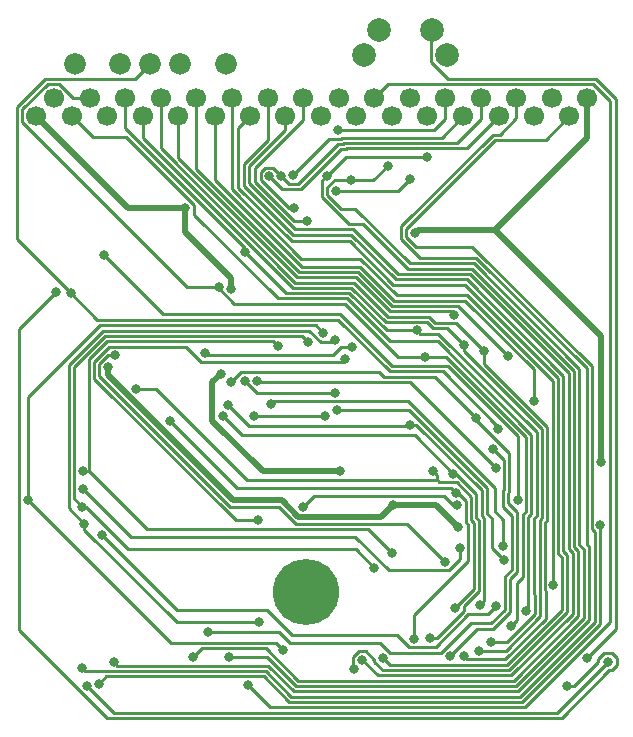
<source format=gbr>
%TF.GenerationSoftware,KiCad,Pcbnew,(6.0.2)*%
%TF.CreationDate,2022-10-22T11:53:18-05:00*%
%TF.ProjectId,REF1222 Optimized,52454631-3232-4322-904f-7074696d697a,rev?*%
%TF.SameCoordinates,Original*%
%TF.FileFunction,Copper,L2,Bot*%
%TF.FilePolarity,Positive*%
%FSLAX46Y46*%
G04 Gerber Fmt 4.6, Leading zero omitted, Abs format (unit mm)*
G04 Created by KiCad (PCBNEW (6.0.2)) date 2022-10-22 11:53:18*
%MOMM*%
%LPD*%
G01*
G04 APERTURE LIST*
%TA.AperFunction,ComponentPad*%
%ADD10C,1.700000*%
%TD*%
%TA.AperFunction,ComponentPad*%
%ADD11C,5.600000*%
%TD*%
%TA.AperFunction,ComponentPad*%
%ADD12C,2.000000*%
%TD*%
%TA.AperFunction,ComponentPad*%
%ADD13C,1.830000*%
%TD*%
%TA.AperFunction,ViaPad*%
%ADD14C,0.800000*%
%TD*%
%TA.AperFunction,Conductor*%
%ADD15C,0.250000*%
%TD*%
%TA.AperFunction,Conductor*%
%ADD16C,0.500000*%
%TD*%
G04 APERTURE END LIST*
D10*
%TO.P,J2,1,+5V*%
%TO.N,/VCC*%
X168562000Y-69352000D03*
%TO.P,J2,2,Clock*%
%TO.N,/Clk*%
X167054000Y-70902000D03*
%TO.P,J2,3,Write*%
%TO.N,/Wr_Game*%
X165586000Y-69347000D03*
%TO.P,J2,4,Read*%
%TO.N,/Rd_Game*%
X164080000Y-70903000D03*
%TO.P,J2,5,CS*%
%TO.N,/CS*%
X162568000Y-69354000D03*
%TO.P,J2,6,A0*%
%TO.N,/A0*%
X161064000Y-70903000D03*
%TO.P,J2,7,A1*%
%TO.N,/A1*%
X159555000Y-69353000D03*
%TO.P,J2,8,A2*%
%TO.N,/A2*%
X158085000Y-70902000D03*
%TO.P,J2,9,A3*%
%TO.N,/A3*%
X156542000Y-69354000D03*
%TO.P,J2,10,A4*%
%TO.N,/A4*%
X155030000Y-70902000D03*
%TO.P,J2,11,A5*%
%TO.N,/A5*%
X153523000Y-69352000D03*
%TO.P,J2,12,A6*%
%TO.N,/A6*%
X152014000Y-70902000D03*
%TO.P,J2,13,A7*%
%TO.N,/A7*%
X150507000Y-69353000D03*
%TO.P,J2,14,A8*%
%TO.N,/A8*%
X148960000Y-70900000D03*
%TO.P,J2,15,A9*%
%TO.N,/A9*%
X147530000Y-69352000D03*
%TO.P,J2,16,A10*%
%TO.N,/A10*%
X146022000Y-70899000D03*
%TO.P,J2,17,A11*%
%TO.N,/A11*%
X144513000Y-69312300D03*
%TO.P,J2,18,A12*%
%TO.N,/A12*%
X143004800Y-70899800D03*
%TO.P,J2,19,A13*%
%TO.N,/A13*%
X141498000Y-69311000D03*
%TO.P,J2,20,A14*%
%TO.N,/A14*%
X139988600Y-70899800D03*
%TO.P,J2,21,A15*%
%TO.N,/A15_Game*%
X138482000Y-69314000D03*
%TO.P,J2,22,Data_0*%
%TO.N,/D0*%
X137015000Y-70899000D03*
%TO.P,J2,23,Data_1*%
%TO.N,/D1*%
X135464200Y-69312300D03*
%TO.P,J2,24,Data_2*%
%TO.N,/D2*%
X133915000Y-70899000D03*
%TO.P,J2,25,Data_3*%
%TO.N,/D3*%
X132449000Y-69311000D03*
%TO.P,J2,26,Data_4*%
%TO.N,/D4*%
X130938000Y-70901000D03*
%TO.P,J2,27,Data_5*%
%TO.N,/D5*%
X129427000Y-69349000D03*
%TO.P,J2,28,Data_6*%
%TO.N,/D6*%
X127923000Y-70898000D03*
%TO.P,J2,29,Data_7*%
%TO.N,/D7*%
X126453000Y-69350000D03*
%TO.P,J2,30,Reset*%
%TO.N,/Reset*%
X124949000Y-70902000D03*
%TO.P,J2,31,Audio*%
%TO.N,/Audio*%
X123401000Y-69351000D03*
%TO.P,J2,32,GND*%
%TO.N,/GND*%
X121890000Y-70859000D03*
%TD*%
D11*
%TO.P,Hole,1*%
%TO.N,N/C*%
X144792000Y-111181000D03*
%TD*%
D12*
%TO.P,SW1,1,1*%
%TO.N,unconnected-(SW1-Pad1)*%
X149668800Y-65737400D03*
%TO.P,SW1,2,2*%
%TO.N,/GND*%
X150942800Y-63553400D03*
%TO.P,SW1,3,3*%
%TO.N,/Button*%
X155383800Y-63557400D03*
%TO.P,SW1,4,4*%
%TO.N,unconnected-(SW1-Pad4)*%
X156693800Y-65742400D03*
%TD*%
D13*
%TO.P,J3,1,A*%
%TO.N,unconnected-(J3-Pad1)*%
X128995000Y-66492000D03*
%TO.P,J3,2,B*%
%TO.N,/Switch*%
X131573000Y-66489000D03*
%TO.P,J3,3,C*%
%TO.N,/GND*%
X134116000Y-66484000D03*
%TO.P,J3,4*%
%TO.N,N/C*%
X125222000Y-66490000D03*
%TO.P,J3,5*%
X137966000Y-66491000D03*
%TD*%
D14*
%TO.N,/Const_High*%
X127606100Y-82597300D03*
X162664300Y-103400000D03*
%TO.N,/Rd_Sys*%
X126180900Y-119095300D03*
X170338300Y-117076500D03*
%TO.N,/Wr_Sys*%
X127197600Y-118935900D03*
X169679700Y-105503900D03*
%TO.N,/Button*%
X128619000Y-91111400D03*
X156534200Y-108587500D03*
X168505400Y-116774800D03*
%TO.N,/Audio*%
X166859000Y-119118100D03*
X123604600Y-85781400D03*
%TO.N,/Reset*%
X163418200Y-112755000D03*
%TO.N,/A15_Game*%
X165700300Y-110556900D03*
%TO.N,/A14*%
X151260500Y-116746100D03*
%TO.N,/A13*%
X148811000Y-117646300D03*
%TO.N,/A12*%
X149502900Y-116923600D03*
%TO.N,/CS*%
X128482200Y-117119100D03*
%TO.N,/Clk*%
X125779800Y-117615100D03*
%TO.N,/SRAM_OE*%
X125884400Y-102461900D03*
X157773600Y-107422300D03*
%TO.N,/SRAM_CS1*%
X127472600Y-106345600D03*
X160837600Y-112357100D03*
%TO.N,/VCC*%
X153981300Y-80743000D03*
X169712600Y-100194400D03*
X127982500Y-92149400D03*
X157644200Y-105658100D03*
X152101400Y-103793900D03*
%TO.N,/WE_Internal*%
X153557800Y-97000400D03*
X138138900Y-95323500D03*
X159519900Y-112274700D03*
%TO.N,/A14_Internal*%
X160564800Y-99046900D03*
X136470200Y-114596000D03*
%TO.N,/A13_Internal*%
X136185700Y-90945200D03*
X148670000Y-90403400D03*
%TO.N,/A8*%
X125956100Y-105388100D03*
X147199600Y-89818000D03*
X140787000Y-113749600D03*
%TO.N,/A9*%
X121240100Y-103383000D03*
X142801000Y-116107700D03*
X146221100Y-89201800D03*
%TO.N,/A11*%
X125813700Y-103957600D03*
X144871900Y-79739700D03*
X144909900Y-89985800D03*
X150546600Y-109147000D03*
%TO.N,/EEPROM_OE*%
X147382500Y-95753200D03*
X161474400Y-108431500D03*
%TO.N,/A10*%
X152028600Y-107905100D03*
X125846700Y-100941300D03*
X142369200Y-90329200D03*
%TO.N,/EEPROM_CE*%
X141746500Y-95276700D03*
X161463800Y-107306200D03*
%TO.N,/D7*%
X137348000Y-85352500D03*
X154834000Y-91236200D03*
X162070000Y-114089200D03*
%TO.N,/D6*%
X155507500Y-100951400D03*
X157326800Y-112556300D03*
X130377100Y-94011700D03*
%TO.N,/D5*%
X139570900Y-82421700D03*
X154148200Y-89025900D03*
X160405800Y-115417800D03*
%TO.N,/D4*%
X159396000Y-116158400D03*
X158120600Y-90246600D03*
%TO.N,/D3*%
X159834000Y-90777300D03*
X158104200Y-116588500D03*
%TO.N,/D2*%
X159118000Y-96412300D03*
X156984500Y-116564500D03*
X157282700Y-87675600D03*
X138389200Y-93414900D03*
%TO.N,/D1*%
X137681500Y-96280500D03*
X161834000Y-91189500D03*
X155213600Y-115098300D03*
X157207800Y-101135900D03*
%TO.N,/D0*%
X157420900Y-102816100D03*
X133206900Y-96704500D03*
X164021000Y-94973700D03*
X153936300Y-115116900D03*
%TO.N,/A0*%
X141640700Y-75973400D03*
X139556300Y-93273200D03*
X147235100Y-94298900D03*
%TO.N,/A1*%
X140329400Y-96301000D03*
X146372100Y-96301000D03*
X142640900Y-75934600D03*
X143735800Y-78684900D03*
%TO.N,/A2*%
X143641100Y-75871600D03*
%TO.N,/A3*%
X147432500Y-72066900D03*
%TO.N,/A4*%
X146521800Y-75912300D03*
X135221300Y-116671400D03*
X155030000Y-74333700D03*
%TO.N,/A5*%
X147301500Y-77220100D03*
X153581700Y-76178900D03*
%TO.N,/A6*%
X138238800Y-116671400D03*
X148564700Y-76318900D03*
X151661900Y-75101300D03*
%TO.N,/A7*%
X139819900Y-119039000D03*
%TO.N,/A12_Internal*%
X140722700Y-105100000D03*
X148044900Y-91452200D03*
%TO.N,/A15_Internal*%
X140635600Y-93326300D03*
X160799200Y-100671400D03*
%TO.N,/A16_Internal*%
X144454600Y-103968600D03*
X157548500Y-103819300D03*
%TO.N,/GND*%
X137534100Y-92718500D03*
X147641800Y-100928800D03*
X134513700Y-78632700D03*
X138436000Y-85480800D03*
%TO.N,/Switch*%
X124831000Y-85890900D03*
X161044600Y-97369000D03*
%TD*%
D15*
%TO.N,/Const_High*%
X132620900Y-87612100D02*
X127606100Y-82597300D01*
X147614700Y-87612100D02*
X132620900Y-87612100D01*
X152044600Y-92042000D02*
X147614700Y-87612100D01*
X156743100Y-92042000D02*
X152044600Y-92042000D01*
X162664200Y-97963100D02*
X156743100Y-92042000D01*
X162664200Y-103400000D02*
X162664200Y-97963100D01*
X162664300Y-103400000D02*
X162664200Y-103400000D01*
%TO.N,/Rd_Sys*%
X166030300Y-121384500D02*
X170338300Y-117076500D01*
X128470100Y-121384500D02*
X166030300Y-121384500D01*
X126180900Y-119095300D02*
X128470100Y-121384500D01*
%TO.N,/Wr_Sys*%
X169679700Y-113885100D02*
X169679700Y-105503900D01*
X163080500Y-120484300D02*
X169679700Y-113885100D01*
X143331100Y-120484300D02*
X163080500Y-120484300D01*
X141160600Y-118313800D02*
X143331100Y-120484300D01*
X127819700Y-118313800D02*
X141160600Y-118313800D01*
X127197600Y-118935900D02*
X127819700Y-118313800D01*
%TO.N,/Button*%
X153340500Y-105393800D02*
X156534200Y-108587500D01*
X143864300Y-105393800D02*
X153340500Y-105393800D01*
X142455000Y-103984500D02*
X143864300Y-105393800D01*
X138334200Y-103984500D02*
X142455000Y-103984500D01*
X127257400Y-92907700D02*
X138334200Y-103984500D01*
X127257400Y-91849100D02*
X127257400Y-92907700D01*
X127995100Y-91111400D02*
X127257400Y-91849100D01*
X128619000Y-91111400D02*
X127995100Y-91111400D01*
X170965900Y-114314300D02*
X168505400Y-116774800D01*
X170965900Y-69409700D02*
X170965900Y-114314300D01*
X169272200Y-67716000D02*
X170965900Y-69409700D01*
X156760600Y-67716000D02*
X169272200Y-67716000D01*
X155330100Y-66285500D02*
X156760600Y-67716000D01*
X155330100Y-63611100D02*
X155330100Y-66285500D01*
X155383800Y-63557400D02*
X155330100Y-63611100D01*
%TO.N,/Audio*%
X167452800Y-119118100D02*
X166859000Y-119118100D01*
X169494900Y-117076000D02*
X167452800Y-119118100D01*
X169494900Y-116806500D02*
X169494900Y-117076000D01*
X169950000Y-116351400D02*
X169494900Y-116806500D01*
X170638700Y-116351400D02*
X169950000Y-116351400D01*
X171063400Y-116776100D02*
X170638700Y-116351400D01*
X171063400Y-117376900D02*
X171063400Y-116776100D01*
X170638700Y-117801600D02*
X171063400Y-117376900D01*
X170434700Y-117801600D02*
X170638700Y-117801600D01*
X166401700Y-121834600D02*
X170434700Y-117801600D01*
X127894800Y-121834600D02*
X166401700Y-121834600D01*
X120462000Y-114401800D02*
X127894800Y-121834600D01*
X120462000Y-88924000D02*
X120462000Y-114401800D01*
X123604600Y-85781400D02*
X120462000Y-88924000D01*
%TO.N,/Reset*%
X126682800Y-72635800D02*
X124949000Y-70902000D01*
X129542400Y-72635800D02*
X126682800Y-72635800D01*
X135292300Y-78385700D02*
X129542400Y-72635800D01*
X135292300Y-79246200D02*
X135292300Y-78385700D01*
X142362300Y-86316200D02*
X135292300Y-79246200D01*
X148228300Y-86316200D02*
X142362300Y-86316200D01*
X151846600Y-89934500D02*
X148228300Y-86316200D01*
X155908700Y-89934500D02*
X151846600Y-89934500D01*
X163839500Y-97865300D02*
X155908700Y-89934500D01*
X163839500Y-104523400D02*
X163839500Y-97865300D01*
X163573200Y-104789700D02*
X163839500Y-104523400D01*
X163573200Y-112600000D02*
X163573200Y-104789700D01*
X163418200Y-112755000D02*
X163573200Y-112600000D01*
%TO.N,/A15_Game*%
X138482000Y-77080700D02*
X138482000Y-69314000D01*
X144341800Y-82940500D02*
X138482000Y-77080700D01*
X149308800Y-82940500D02*
X144341800Y-82940500D01*
X152418500Y-86050200D02*
X149308800Y-82940500D01*
X158387200Y-86050200D02*
X152418500Y-86050200D01*
X165639900Y-93302900D02*
X158387200Y-86050200D01*
X165639900Y-110496500D02*
X165639900Y-93302900D01*
X165700300Y-110556900D02*
X165639900Y-110496500D01*
%TO.N,/A14*%
X138998200Y-71890200D02*
X139988600Y-70899800D01*
X138998200Y-76960400D02*
X138998200Y-71890200D01*
X143530600Y-81492800D02*
X138998200Y-76960400D01*
X148497700Y-81492800D02*
X143530600Y-81492800D01*
X152154900Y-85150000D02*
X148497700Y-81492800D01*
X158187600Y-85150000D02*
X152154900Y-85150000D01*
X166090000Y-93052400D02*
X158187600Y-85150000D01*
X166090000Y-107901400D02*
X166090000Y-93052400D01*
X166438000Y-108249400D02*
X166090000Y-107901400D01*
X166438000Y-112670600D02*
X166438000Y-108249400D01*
X161775000Y-117333600D02*
X166438000Y-112670600D01*
X151848000Y-117333600D02*
X161775000Y-117333600D01*
X151260500Y-116746100D02*
X151848000Y-117333600D01*
%TO.N,/A13*%
X141498000Y-72925400D02*
X141498000Y-69311000D01*
X139496300Y-74927100D02*
X141498000Y-72925400D01*
X139496300Y-76764500D02*
X139496300Y-74927100D01*
X143646800Y-80915000D02*
X139496300Y-76764500D01*
X148556500Y-80915000D02*
X143646800Y-80915000D01*
X152341400Y-84699900D02*
X148556500Y-80915000D01*
X158374100Y-84699900D02*
X152341400Y-84699900D01*
X166540100Y-92865900D02*
X158374100Y-84699900D01*
X166540100Y-107714900D02*
X166540100Y-92865900D01*
X166888100Y-108062900D02*
X166540100Y-107714900D01*
X166888100Y-112857100D02*
X166888100Y-108062900D01*
X161961500Y-117783700D02*
X166888100Y-112857100D01*
X151257800Y-117783700D02*
X161961500Y-117783700D01*
X150535400Y-117061300D02*
X151257800Y-117783700D01*
X150535400Y-116930600D02*
X150535400Y-117061300D01*
X149803300Y-116198500D02*
X150535400Y-116930600D01*
X149196900Y-116198500D02*
X149803300Y-116198500D01*
X148732500Y-116662900D02*
X149196900Y-116198500D01*
X148732500Y-117567800D02*
X148732500Y-116662900D01*
X148811000Y-117646300D02*
X148732500Y-117567800D01*
%TO.N,/A12*%
X143004800Y-72055200D02*
X143004800Y-70899800D01*
X139946400Y-75113600D02*
X143004800Y-72055200D01*
X139946400Y-76578000D02*
X139946400Y-75113600D01*
X143833300Y-80464900D02*
X139946400Y-76578000D01*
X148743000Y-80464900D02*
X143833300Y-80464900D01*
X152527900Y-84249800D02*
X148743000Y-80464900D01*
X158612000Y-84249800D02*
X152527900Y-84249800D01*
X166990200Y-92628000D02*
X158612000Y-84249800D01*
X166990200Y-107528400D02*
X166990200Y-92628000D01*
X167338200Y-107876400D02*
X166990200Y-107528400D01*
X167338200Y-113043600D02*
X167338200Y-107876400D01*
X162148000Y-118233800D02*
X167338200Y-113043600D01*
X150813100Y-118233800D02*
X162148000Y-118233800D01*
X149502900Y-116923600D02*
X150813100Y-118233800D01*
%TO.N,/CS*%
X162568000Y-71069800D02*
X162568000Y-69354000D01*
X161197800Y-72440000D02*
X162568000Y-71069800D01*
X160548800Y-72440000D02*
X161197800Y-72440000D01*
X152793500Y-80195300D02*
X160548800Y-72440000D01*
X152793500Y-81313100D02*
X152793500Y-80195300D01*
X154379900Y-82899500D02*
X152793500Y-81313100D01*
X159171400Y-82899500D02*
X154379900Y-82899500D01*
X168501000Y-92229100D02*
X159171400Y-82899500D01*
X168501000Y-107129400D02*
X168501000Y-92229100D01*
X168744700Y-107373100D02*
X168501000Y-107129400D01*
X168744700Y-113546900D02*
X168744700Y-107373100D01*
X162707500Y-119584100D02*
X168744700Y-113546900D01*
X143704100Y-119584100D02*
X162707500Y-119584100D01*
X141533600Y-117413600D02*
X143704100Y-119584100D01*
X128776700Y-117413600D02*
X141533600Y-117413600D01*
X128482200Y-117119100D02*
X128776700Y-117413600D01*
%TO.N,/Clk*%
X165065800Y-72890200D02*
X167054000Y-70902000D01*
X160793900Y-72890200D02*
X165065800Y-72890200D01*
X153256100Y-80428000D02*
X160793900Y-72890200D01*
X153256100Y-81118900D02*
X153256100Y-80428000D01*
X154057200Y-81920000D02*
X153256100Y-81118900D01*
X158828500Y-81920000D02*
X154057200Y-81920000D01*
X168951100Y-92042600D02*
X158828500Y-81920000D01*
X168951100Y-105835200D02*
X168951100Y-92042600D01*
X169194800Y-106078900D02*
X168951100Y-105835200D01*
X169194800Y-113733400D02*
X169194800Y-106078900D01*
X162894000Y-120034200D02*
X169194800Y-113733400D01*
X143517600Y-120034200D02*
X162894000Y-120034200D01*
X141347100Y-117863700D02*
X143517600Y-120034200D01*
X126028400Y-117863700D02*
X141347100Y-117863700D01*
X125779800Y-117615100D02*
X126028400Y-117863700D01*
%TO.N,/SRAM_OE*%
X129918600Y-106496100D02*
X125884400Y-102461900D01*
X148921200Y-106496100D02*
X129918600Y-106496100D01*
X151737700Y-109312600D02*
X148921200Y-106496100D01*
X156853000Y-109312600D02*
X151737700Y-109312600D01*
X157773600Y-108392000D02*
X156853000Y-109312600D01*
X157773600Y-107422300D02*
X157773600Y-108392000D01*
%TO.N,/SRAM_CS1*%
X133786800Y-112659800D02*
X127472600Y-106345600D01*
X141406500Y-112659800D02*
X133786800Y-112659800D01*
X143567700Y-114821000D02*
X141406500Y-112659800D01*
X152433400Y-114821000D02*
X143567700Y-114821000D01*
X153458300Y-115845900D02*
X152433400Y-114821000D01*
X155722700Y-115845900D02*
X153458300Y-115845900D01*
X158504300Y-113064300D02*
X155722700Y-115845900D01*
X160130400Y-113064300D02*
X158504300Y-113064300D01*
X160837600Y-112357100D02*
X160130400Y-113064300D01*
D16*
%TO.N,/VCC*%
X168562000Y-72747500D02*
X160780300Y-80529200D01*
X168562000Y-69352000D02*
X168562000Y-72747500D01*
X127982500Y-92819400D02*
X127982500Y-92149400D01*
X138572500Y-103409400D02*
X127982500Y-92819400D01*
X142693300Y-103409400D02*
X138572500Y-103409400D01*
X144102600Y-104818700D02*
X142693300Y-103409400D01*
X151076600Y-104818700D02*
X144102600Y-104818700D01*
X152101400Y-103793900D02*
X151076600Y-104818700D01*
X154195100Y-80529200D02*
X153981300Y-80743000D01*
X160780300Y-80529200D02*
X154195100Y-80529200D01*
X155780000Y-103793900D02*
X157644200Y-105658100D01*
X152101400Y-103793900D02*
X155780000Y-103793900D01*
X169712600Y-89461500D02*
X169712600Y-100194400D01*
X160780300Y-80529200D02*
X169712600Y-89461500D01*
D15*
%TO.N,/WE_Internal*%
X153465300Y-97092900D02*
X153557800Y-97000400D01*
X139908300Y-97092900D02*
X153465300Y-97092900D01*
X138138900Y-95323500D02*
X139908300Y-97092900D01*
X159852100Y-111942500D02*
X159519900Y-112274700D01*
X159852100Y-104930500D02*
X159852100Y-111942500D01*
X159624000Y-104702400D02*
X159852100Y-104930500D01*
X159624000Y-102526500D02*
X159624000Y-104702400D01*
X154097900Y-97000400D02*
X159624000Y-102526500D01*
X153557800Y-97000400D02*
X154097900Y-97000400D01*
%TO.N,/A14_Internal*%
X142481300Y-114596000D02*
X136470200Y-114596000D01*
X143381400Y-115496100D02*
X142481300Y-114596000D01*
X151036000Y-115496100D02*
X143381400Y-115496100D01*
X151842200Y-116302300D02*
X151036000Y-115496100D01*
X156220900Y-116302300D02*
X151842200Y-116302300D01*
X158691100Y-113832100D02*
X156220900Y-116302300D01*
X160388100Y-113832100D02*
X158691100Y-113832100D01*
X161562700Y-112657500D02*
X160388100Y-113832100D01*
X161562700Y-109884200D02*
X161562700Y-112657500D01*
X162199600Y-109247300D02*
X161562700Y-109884200D01*
X162199600Y-104721500D02*
X162199600Y-109247300D01*
X161424400Y-103946300D02*
X162199600Y-104721500D01*
X161424400Y-102585000D02*
X161424400Y-103946300D01*
X161524400Y-102485000D02*
X161424400Y-102585000D01*
X161524400Y-100006500D02*
X161524400Y-102485000D01*
X160564800Y-99046900D02*
X161524400Y-100006500D01*
%TO.N,/A13_Internal*%
X147745700Y-90403400D02*
X148670000Y-90403400D01*
X147050000Y-91099100D02*
X147745700Y-90403400D01*
X136339600Y-91099100D02*
X147050000Y-91099100D01*
X136185700Y-90945200D02*
X136339600Y-91099100D01*
%TO.N,/A8*%
X133818000Y-113749600D02*
X140787000Y-113749600D01*
X125956100Y-105887700D02*
X133818000Y-113749600D01*
X125956100Y-105388100D02*
X125956100Y-105887700D01*
X147000600Y-90017000D02*
X147199600Y-89818000D01*
X146010800Y-90017000D02*
X147000600Y-90017000D01*
X145029800Y-89036000D02*
X146010800Y-90017000D01*
X127524100Y-89036000D02*
X145029800Y-89036000D01*
X124642900Y-91917200D02*
X127524100Y-89036000D01*
X124642900Y-104074900D02*
X124642900Y-91917200D01*
X125956100Y-105388100D02*
X124642900Y-104074900D01*
%TO.N,/A9*%
X133353300Y-115496200D02*
X121240100Y-103383000D01*
X142189500Y-115496200D02*
X133353300Y-115496200D01*
X142801000Y-116107700D02*
X142189500Y-115496200D01*
X145605200Y-88585900D02*
X146221100Y-89201800D01*
X127337600Y-88585900D02*
X145605200Y-88585900D01*
X121240100Y-94683400D02*
X127337600Y-88585900D01*
X121240100Y-103383000D02*
X121240100Y-94683400D01*
%TO.N,/A11*%
X144513000Y-71183600D02*
X144513000Y-69312300D01*
X140448800Y-75247800D02*
X144513000Y-71183600D01*
X140448800Y-76443800D02*
X140448800Y-75247800D01*
X143744700Y-79739700D02*
X140448800Y-76443800D01*
X144871900Y-79739700D02*
X143744700Y-79739700D01*
X126110100Y-103957600D02*
X125813700Y-103957600D01*
X129702900Y-107550400D02*
X126110100Y-103957600D01*
X148950000Y-107550400D02*
X129702900Y-107550400D01*
X150546600Y-109147000D02*
X148950000Y-107550400D01*
X144410200Y-89486100D02*
X144909900Y-89985800D01*
X127710600Y-89486100D02*
X144410200Y-89486100D01*
X125093000Y-92103700D02*
X127710600Y-89486100D01*
X125093000Y-103236900D02*
X125093000Y-92103700D01*
X125813700Y-103957600D02*
X125093000Y-103236900D01*
%TO.N,/EEPROM_OE*%
X160524200Y-107481300D02*
X161474400Y-108431500D01*
X160524200Y-104966000D02*
X160524200Y-107481300D01*
X160074100Y-104515900D02*
X160524200Y-104966000D01*
X160074100Y-102340000D02*
X160074100Y-104515900D01*
X153487300Y-95753200D02*
X160074100Y-102340000D01*
X147382500Y-95753200D02*
X153487300Y-95753200D01*
%TO.N,/A10*%
X126357200Y-91476100D02*
X126357200Y-100941300D01*
X127897100Y-89936200D02*
X126357200Y-91476100D01*
X141976200Y-89936200D02*
X127897100Y-89936200D01*
X142369200Y-90329200D02*
X141976200Y-89936200D01*
X131259800Y-105843900D02*
X126357200Y-100941300D01*
X149967400Y-105843900D02*
X131259800Y-105843900D01*
X152028600Y-107905100D02*
X149967400Y-105843900D01*
X126357200Y-100941300D02*
X125846700Y-100941300D01*
%TO.N,/EEPROM_CE*%
X161463800Y-105043800D02*
X161463800Y-107306200D01*
X160749200Y-104329200D02*
X161463800Y-105043800D01*
X160749200Y-102378500D02*
X160749200Y-104329200D01*
X153396800Y-95026100D02*
X160749200Y-102378500D01*
X141997100Y-95026100D02*
X153396800Y-95026100D01*
X141746500Y-95276700D02*
X141997100Y-95026100D01*
%TO.N,/D7*%
X125062000Y-69350000D02*
X126453000Y-69350000D01*
X123859200Y-68147200D02*
X125062000Y-69350000D01*
X122869200Y-68147200D02*
X123859200Y-68147200D01*
X120713800Y-70302600D02*
X122869200Y-68147200D01*
X120713800Y-71370300D02*
X120713800Y-70302600D01*
X134696000Y-85352500D02*
X120713800Y-71370300D01*
X137348000Y-85352500D02*
X134696000Y-85352500D01*
X137348000Y-85435400D02*
X137348000Y-85352500D01*
X138679000Y-86766400D02*
X137348000Y-85435400D01*
X148041900Y-86766400D02*
X138679000Y-86766400D01*
X152511700Y-91236200D02*
X148041900Y-86766400D01*
X154834000Y-91236200D02*
X152511700Y-91236200D01*
X156573800Y-91236200D02*
X154834000Y-91236200D01*
X163389400Y-98051800D02*
X156573800Y-91236200D01*
X163389400Y-104336900D02*
X163389400Y-98051800D01*
X163099900Y-104626400D02*
X163389400Y-104336900D01*
X163099900Y-109938400D02*
X163099900Y-104626400D01*
X162649700Y-110388600D02*
X163099900Y-109938400D01*
X162649700Y-113509500D02*
X162649700Y-110388600D01*
X162070000Y-114089200D02*
X162649700Y-113509500D01*
%TO.N,/D6*%
X155807300Y-101251200D02*
X155507500Y-100951400D01*
X155807300Y-101625800D02*
X155807300Y-101251200D01*
X158948900Y-110934200D02*
X157326800Y-112556300D01*
X158948900Y-105300500D02*
X158948900Y-110934200D01*
X158723800Y-105075400D02*
X158948900Y-105300500D01*
X158723800Y-103083500D02*
X158723800Y-105075400D01*
X157501300Y-101861000D02*
X158723800Y-103083500D01*
X156042500Y-101861000D02*
X157501300Y-101861000D01*
X155807300Y-101625800D02*
X156042500Y-101861000D01*
X132039700Y-94011700D02*
X130377100Y-94011700D01*
X139713600Y-101685600D02*
X132039700Y-94011700D01*
X155747500Y-101685600D02*
X139713600Y-101685600D01*
X155807300Y-101625800D02*
X155747500Y-101685600D01*
%TO.N,/D5*%
X139570900Y-82027600D02*
X139570900Y-82421700D01*
X129427000Y-71883700D02*
X139570900Y-82027600D01*
X129427000Y-69349000D02*
X129427000Y-71883700D01*
X143015300Y-85866100D02*
X139570900Y-82421700D01*
X148414800Y-85866100D02*
X143015300Y-85866100D01*
X151574600Y-89025900D02*
X148414800Y-85866100D01*
X154148200Y-89025900D02*
X151574600Y-89025900D01*
X154423200Y-89300900D02*
X154148200Y-89025900D01*
X155931300Y-89300900D02*
X154423200Y-89300900D01*
X164289600Y-97659200D02*
X155931300Y-89300900D01*
X164289600Y-104709900D02*
X164289600Y-97659200D01*
X164075000Y-104924500D02*
X164289600Y-104709900D01*
X164075000Y-111351000D02*
X164075000Y-104924500D01*
X164150000Y-111426000D02*
X164075000Y-111351000D01*
X164150000Y-113048800D02*
X164150000Y-111426000D01*
X161781000Y-115417800D02*
X164150000Y-113048800D01*
X160405800Y-115417800D02*
X161781000Y-115417800D01*
%TO.N,/D4*%
X130938000Y-72719800D02*
X130938000Y-70901000D01*
X143634200Y-85416000D02*
X130938000Y-72719800D01*
X148601300Y-85416000D02*
X143634200Y-85416000D01*
X151486000Y-88300700D02*
X148601300Y-85416000D01*
X154973900Y-88300700D02*
X151486000Y-88300700D01*
X155524000Y-88850800D02*
X154973900Y-88300700D01*
X156724800Y-88850800D02*
X155524000Y-88850800D01*
X158120600Y-90246600D02*
X156724800Y-88850800D01*
X158120600Y-90753200D02*
X158120600Y-90246600D01*
X164739700Y-97372300D02*
X158120600Y-90753200D01*
X164739700Y-104896400D02*
X164739700Y-97372300D01*
X164525100Y-105111000D02*
X164739700Y-104896400D01*
X164525100Y-111164500D02*
X164525100Y-105111000D01*
X164600100Y-111239500D02*
X164525100Y-111164500D01*
X164600100Y-113235300D02*
X164600100Y-111239500D01*
X161677000Y-116158400D02*
X164600100Y-113235300D01*
X159396000Y-116158400D02*
X161677000Y-116158400D01*
%TO.N,/D3*%
X132449000Y-73594200D02*
X132449000Y-69311000D01*
X143820700Y-84965900D02*
X132449000Y-73594200D01*
X148787800Y-84965900D02*
X143820700Y-84965900D01*
X151672500Y-87850600D02*
X148787800Y-84965900D01*
X155160400Y-87850600D02*
X151672500Y-87850600D01*
X155710500Y-88400700D02*
X155160400Y-87850600D01*
X157457400Y-88400700D02*
X155710500Y-88400700D01*
X159834000Y-90777300D02*
X157457400Y-88400700D01*
X159834000Y-91830000D02*
X159834000Y-90777300D01*
X165189800Y-97185800D02*
X159834000Y-91830000D01*
X165189800Y-105082900D02*
X165189800Y-97185800D01*
X164975200Y-105297500D02*
X165189800Y-105082900D01*
X164975200Y-110978000D02*
X164975200Y-105297500D01*
X165050200Y-111053000D02*
X164975200Y-110978000D01*
X165050200Y-113421800D02*
X165050200Y-111053000D01*
X161588500Y-116883500D02*
X165050200Y-113421800D01*
X158399200Y-116883500D02*
X161588500Y-116883500D01*
X158104200Y-116588500D02*
X158399200Y-116883500D01*
%TO.N,/D2*%
X133915000Y-74423600D02*
X133915000Y-70899000D01*
X144007200Y-84515800D02*
X133915000Y-74423600D01*
X148974300Y-84515800D02*
X144007200Y-84515800D01*
X151859000Y-87400500D02*
X148974300Y-84515800D01*
X157007600Y-87400500D02*
X151859000Y-87400500D01*
X157282700Y-87675600D02*
X157007600Y-87400500D01*
X159266800Y-114282200D02*
X156984500Y-116564500D01*
X160574600Y-114282200D02*
X159266800Y-114282200D01*
X162012800Y-112844000D02*
X160574600Y-114282200D01*
X162012800Y-110070800D02*
X162012800Y-112844000D01*
X162649700Y-109433900D02*
X162012800Y-110070800D01*
X162649700Y-104410900D02*
X162649700Y-109433900D01*
X161874500Y-103635700D02*
X162649700Y-104410900D01*
X161874500Y-102771500D02*
X161874500Y-103635700D01*
X161974500Y-102671500D02*
X161874500Y-102771500D01*
X161974500Y-99431100D02*
X161974500Y-102671500D01*
X159118000Y-96574600D02*
X161974500Y-99431100D01*
X159118000Y-96412300D02*
X159118000Y-96574600D01*
X155659300Y-92953600D02*
X159118000Y-96412300D01*
X151364500Y-92953600D02*
X155659300Y-92953600D01*
X150959000Y-92548100D02*
X151364500Y-92953600D01*
X139256000Y-92548100D02*
X150959000Y-92548100D01*
X138389200Y-93414900D02*
X139256000Y-92548100D01*
%TO.N,/D1*%
X153972500Y-97900600D02*
X157207800Y-101135900D01*
X139301600Y-97900600D02*
X153972500Y-97900600D01*
X137681500Y-96280500D02*
X139301600Y-97900600D01*
X155833600Y-115098300D02*
X155213600Y-115098300D01*
X158138600Y-112793300D02*
X155833600Y-115098300D01*
X158138600Y-112381200D02*
X158138600Y-112793300D01*
X159400000Y-111119800D02*
X158138600Y-112381200D01*
X159400000Y-105115000D02*
X159400000Y-111119800D01*
X159173900Y-104888900D02*
X159400000Y-105115000D01*
X159173900Y-102883200D02*
X159173900Y-104888900D01*
X157426600Y-101135900D02*
X159173900Y-102883200D01*
X157207800Y-101135900D02*
X157426600Y-101135900D01*
X135464200Y-75336200D02*
X135464200Y-69312300D01*
X144193700Y-84065700D02*
X135464200Y-75336200D01*
X149160800Y-84065700D02*
X144193700Y-84065700D01*
X152045500Y-86950400D02*
X149160800Y-84065700D01*
X157594900Y-86950400D02*
X152045500Y-86950400D01*
X161834000Y-91189500D02*
X157594900Y-86950400D01*
%TO.N,/D0*%
X157009900Y-102405100D02*
X157420900Y-102816100D01*
X138907500Y-102405100D02*
X157009900Y-102405100D01*
X133206900Y-96704500D02*
X138907500Y-102405100D01*
X153936300Y-113137600D02*
X153936300Y-115116900D01*
X158498700Y-108575200D02*
X153936300Y-113137600D01*
X158498700Y-105486900D02*
X158498700Y-108575200D01*
X158273700Y-105261900D02*
X158498700Y-105486900D01*
X158273700Y-103494200D02*
X158273700Y-105261900D01*
X157595600Y-102816100D02*
X158273700Y-103494200D01*
X157420900Y-102816100D02*
X157595600Y-102816100D01*
X164021000Y-92320700D02*
X164021000Y-94973700D01*
X158200600Y-86500300D02*
X164021000Y-92320700D01*
X152232000Y-86500300D02*
X158200600Y-86500300D01*
X149347300Y-83615600D02*
X152232000Y-86500300D01*
X144380200Y-83615600D02*
X149347300Y-83615600D01*
X137015000Y-76250400D02*
X144380200Y-83615600D01*
X137015000Y-70899000D02*
X137015000Y-76250400D01*
%TO.N,/A0*%
X140582000Y-94298900D02*
X139556300Y-93273200D01*
X147235100Y-94298900D02*
X140582000Y-94298900D01*
X158363400Y-73603600D02*
X161064000Y-70903000D01*
X148194500Y-73603600D02*
X158363400Y-73603600D01*
X148105900Y-73692200D02*
X148194500Y-73603600D01*
X147703800Y-73692200D02*
X148105900Y-73692200D01*
X144319100Y-77076900D02*
X147703800Y-73692200D01*
X142744200Y-77076900D02*
X144319100Y-77076900D01*
X141640700Y-75973400D02*
X142744200Y-77076900D01*
%TO.N,/A1*%
X143326500Y-78684900D02*
X143735800Y-78684900D01*
X140900400Y-76258800D02*
X143326500Y-78684900D01*
X140900400Y-75640300D02*
X140900400Y-76258800D01*
X141292400Y-75248300D02*
X140900400Y-75640300D01*
X141954600Y-75248300D02*
X141292400Y-75248300D01*
X142640900Y-75934600D02*
X141954600Y-75248300D01*
X146372100Y-96301000D02*
X140329400Y-96301000D01*
X159555000Y-71104100D02*
X159555000Y-69353000D01*
X157505600Y-73153500D02*
X159555000Y-71104100D01*
X148008000Y-73153500D02*
X157505600Y-73153500D01*
X147919400Y-73242100D02*
X148008000Y-73153500D01*
X147464200Y-73242100D02*
X147919400Y-73242100D01*
X144086600Y-76619700D02*
X147464200Y-73242100D01*
X143326000Y-76619700D02*
X144086600Y-76619700D01*
X142640900Y-75934600D02*
X143326000Y-76619700D01*
%TO.N,/A2*%
X156283600Y-72703400D02*
X158085000Y-70902000D01*
X147821500Y-72703400D02*
X156283600Y-72703400D01*
X147732900Y-72792000D02*
X147821500Y-72703400D01*
X146720700Y-72792000D02*
X147732900Y-72792000D01*
X143641100Y-75871600D02*
X146720700Y-72792000D01*
%TO.N,/A3*%
X156542000Y-71098500D02*
X156542000Y-69354000D01*
X155563300Y-72077200D02*
X156542000Y-71098500D01*
X147442800Y-72077200D02*
X155563300Y-72077200D01*
X147432500Y-72066900D02*
X147442800Y-72077200D01*
%TO.N,/A4*%
X148100400Y-74333700D02*
X155030000Y-74333700D01*
X146521800Y-75912300D02*
X148100400Y-74333700D01*
X146111600Y-76322500D02*
X146521800Y-75912300D01*
X146111600Y-77731600D02*
X146111600Y-76322500D01*
X148394800Y-80014800D02*
X146111600Y-77731600D01*
X149566000Y-80014800D02*
X148394800Y-80014800D01*
X153350900Y-83799700D02*
X149566000Y-80014800D01*
X158798500Y-83799700D02*
X153350900Y-83799700D01*
X167440300Y-92441500D02*
X158798500Y-83799700D01*
X167440300Y-107341900D02*
X167440300Y-92441500D01*
X167804400Y-107706000D02*
X167440300Y-107341900D01*
X167804400Y-113214000D02*
X167804400Y-107706000D01*
X162334500Y-118683900D02*
X167804400Y-113214000D01*
X144077100Y-118683900D02*
X162334500Y-118683900D01*
X141339500Y-115946300D02*
X144077100Y-118683900D01*
X135946400Y-115946300D02*
X141339500Y-115946300D01*
X135221300Y-116671400D02*
X135946400Y-115946300D01*
%TO.N,/A5*%
X152540500Y-77220100D02*
X147301500Y-77220100D01*
X153581700Y-76178900D02*
X152540500Y-77220100D01*
%TO.N,/A6*%
X150444300Y-76318900D02*
X151661900Y-75101300D01*
X148564700Y-76318900D02*
X150444300Y-76318900D01*
X147164900Y-76318900D02*
X148564700Y-76318900D01*
X146569700Y-76914100D02*
X147164900Y-76318900D01*
X146569700Y-77548500D02*
X146569700Y-76914100D01*
X147726800Y-78705600D02*
X146569700Y-77548500D01*
X148893400Y-78705600D02*
X147726800Y-78705600D01*
X153537400Y-83349600D02*
X148893400Y-78705600D01*
X158985000Y-83349600D02*
X153537400Y-83349600D01*
X167890400Y-92255000D02*
X158985000Y-83349600D01*
X167890400Y-107155400D02*
X167890400Y-92255000D01*
X168254500Y-107519500D02*
X167890400Y-107155400D01*
X168254500Y-113400500D02*
X168254500Y-107519500D01*
X162521000Y-119134000D02*
X168254500Y-113400500D01*
X143890600Y-119134000D02*
X162521000Y-119134000D01*
X141428000Y-116671400D02*
X143890600Y-119134000D01*
X138238800Y-116671400D02*
X141428000Y-116671400D01*
%TO.N,/A7*%
X151693800Y-68166200D02*
X150507000Y-69353000D01*
X169057300Y-68166200D02*
X151693800Y-68166200D01*
X170502400Y-69611300D02*
X169057300Y-68166200D01*
X170502400Y-113699000D02*
X170502400Y-69611300D01*
X163267000Y-120934400D02*
X170502400Y-113699000D01*
X141715300Y-120934400D02*
X163267000Y-120934400D01*
X139819900Y-119039000D02*
X141715300Y-120934400D01*
%TO.N,/A12_Internal*%
X147826800Y-91670300D02*
X148044900Y-91452200D01*
X135885400Y-91670300D02*
X147826800Y-91670300D01*
X134601400Y-90386300D02*
X135885400Y-91670300D01*
X128083600Y-90386300D02*
X134601400Y-90386300D01*
X126807300Y-91662600D02*
X128083600Y-90386300D01*
X126807300Y-93094200D02*
X126807300Y-91662600D01*
X138813000Y-105099900D02*
X126807300Y-93094200D01*
X140722700Y-105099900D02*
X138813000Y-105099900D01*
X140722700Y-105100000D02*
X140722700Y-105099900D01*
%TO.N,/A15_Internal*%
X153531500Y-93403700D02*
X160799200Y-100671400D01*
X140713000Y-93403700D02*
X153531500Y-93403700D01*
X140635600Y-93326300D02*
X140713000Y-93403700D01*
%TO.N,/A16_Internal*%
X157217600Y-103819300D02*
X157548500Y-103819300D01*
X156434300Y-103036000D02*
X157217600Y-103819300D01*
X145387200Y-103036000D02*
X156434300Y-103036000D01*
X144454600Y-103968600D02*
X145387200Y-103036000D01*
D16*
%TO.N,/GND*%
X134513700Y-78632600D02*
X134513700Y-78632700D01*
X129663600Y-78632600D02*
X134513700Y-78632600D01*
X121890000Y-70859000D02*
X129663600Y-78632600D01*
X141074700Y-100928800D02*
X147641800Y-100928800D01*
X136823200Y-96677300D02*
X141074700Y-100928800D01*
X136823200Y-93429400D02*
X136823200Y-96677300D01*
X137534100Y-92718500D02*
X136823200Y-93429400D01*
X134513700Y-80648100D02*
X134513700Y-78632700D01*
X138436000Y-84570400D02*
X134513700Y-80648100D01*
X138436000Y-85480800D02*
X138436000Y-84570400D01*
D15*
%TO.N,/Switch*%
X120244800Y-81304700D02*
X124831000Y-85890900D01*
X120244800Y-70135000D02*
X120244800Y-81304700D01*
X122687200Y-67692600D02*
X120244800Y-70135000D01*
X124214500Y-67692600D02*
X122687200Y-67692600D01*
X124270800Y-67748900D02*
X124214500Y-67692600D01*
X130313100Y-67748900D02*
X124270800Y-67748900D01*
X131573000Y-66489000D02*
X130313100Y-67748900D01*
X161044600Y-97227900D02*
X161044600Y-97369000D01*
X156308900Y-92492200D02*
X161044600Y-97227900D01*
X151857900Y-92492200D02*
X156308900Y-92492200D01*
X147482400Y-88116700D02*
X151857900Y-92492200D01*
X127056800Y-88116700D02*
X147482400Y-88116700D01*
X124831000Y-85890900D02*
X127056800Y-88116700D01*
%TD*%
M02*

</source>
